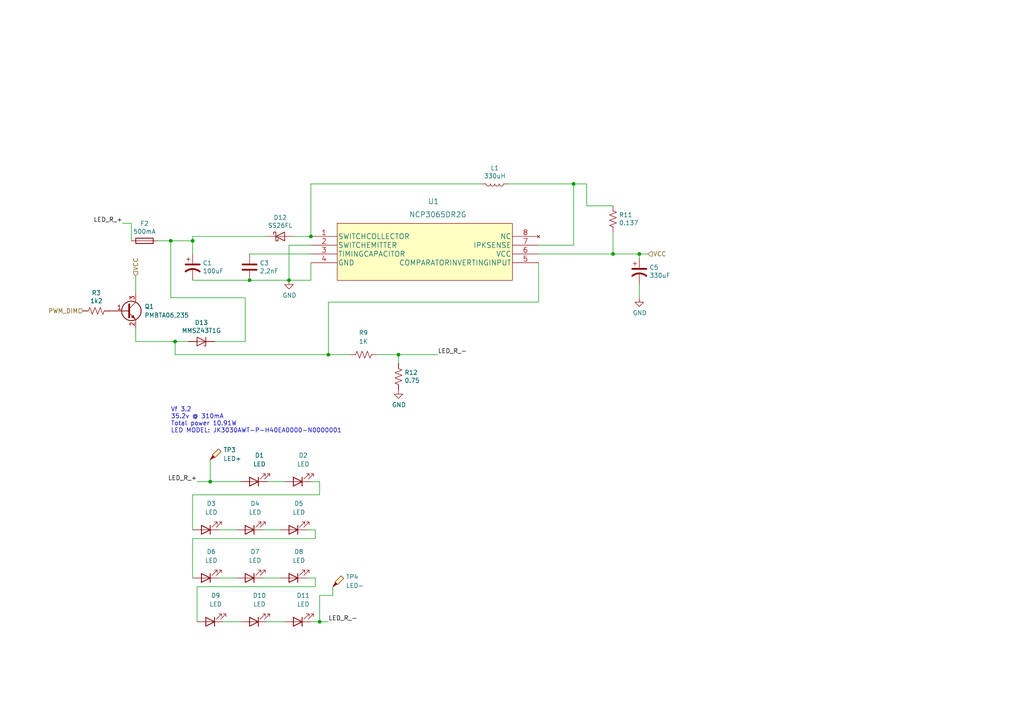
<source format=kicad_sch>
(kicad_sch (version 20211123) (generator eeschema)
  (paper "A4")
  (title_block (title "Constante current LED driver + LED panel") (date "2022-07-19") (rev "1") (company "Open Botanics") (comment 1 "S.Hristov"))
  (lib_symbols
    (symbol "Connector:TestPoint_Probe" (pin_numbers hide) (pin_names (offset 0.762) hide)
      (property "Reference" "TP" (at 1.651 5.842 0))
      (property "Value" "TestPoint_Probe" (at 1.651 4.064 0))
      (symbol "TestPoint_Probe_0_1"
        (polyline (pts (xy 1.27 0.762) (xy 0 0) (xy 0.762 1.27) (xy 1.27 0.762)) (fill (type outline)))
        (polyline (pts (xy 1.397 0.635) (xy 0.635 1.397) (xy 2.413 3.175) (xy 3.175 2.413) (xy 1.397 0.635)) (fill (type background)))
      )
      (symbol "TestPoint_Probe_1_1"
        (pin passive line (at 0 0 90) (length 0) (name "1") (number "1"))
      )
    )
    (symbol "Device:C" (pin_numbers hide) (pin_names (offset 0.254))
      (property "Reference" "C" (at 0.635 2.54 0))
      (property "Value" "Device_C" (at 0.635 -2.54 0))
      (symbol "C_0_1"
        (polyline (pts (xy -2.032 -0.762) (xy 2.032 -0.762)) (stroke (width 0.508)))
        (polyline (pts (xy -2.032 0.762) (xy 2.032 0.762)) (stroke (width 0.508)))
      )
      (symbol "C_1_1"
        (pin passive line (at 0 3.81 270) (length 2.794) (name "~") (number "1"))
        (pin passive line (at 0 -3.81 90) (length 2.794) (name "~") (number "2"))
      )
    )
    (symbol "Device:CP1" (pin_numbers hide) (pin_names (offset 0.254) hide)
      (property "Reference" "C" (at 0.635 2.54 0))
      (property "Value" "Device_CP1" (at 0.635 -2.54 0))
      (symbol "CP1_0_1"
        (polyline (pts (xy -2.032 0.762) (xy 2.032 0.762)) (stroke (width 0.508)))
        (polyline (pts (xy -1.778 2.286) (xy -0.762 2.286)))
        (polyline (pts (xy -1.27 1.778) (xy -1.27 2.794)))
        (arc (start 2.032 -1.27) (mid 0 -0.5572) (end -2.032 -1.27) (stroke (width 0.508)))
      )
      (symbol "CP1_1_1"
        (pin passive line (at 0 3.81 270) (length 2.794) (name "~") (number "1"))
        (pin passive line (at 0 -3.81 90) (length 3.302) (name "~") (number "2"))
      )
    )
    (symbol "Device:D_Schottky" (pin_numbers hide) (pin_names (offset 1.016) hide)
      (property "Reference" "D" (at 0 2.54 0))
      (property "Value" "Device_D_Schottky" (at 0 -2.54 0))
      (symbol "D_Schottky_0_1"
        (polyline (pts (xy 1.27 0) (xy -1.27 0)))
        (polyline (pts (xy 1.27 1.27) (xy 1.27 -1.27) (xy -1.27 0) (xy 1.27 1.27)) (stroke (width 0.2032)))
        (polyline (pts (xy -1.905 0.635) (xy -1.905 1.27) (xy -1.27 1.27) (xy -1.27 -1.27) (xy -0.635 -1.27) (xy -0.635 -0.635)) (stroke (width 0.2032)))
      )
      (symbol "D_Schottky_1_1"
        (pin passive line (at -3.81 0 0) (length 2.54) (name "K") (number "1"))
        (pin passive line (at 3.81 0 180) (length 2.54) (name "A") (number "2"))
      )
    )
    (symbol "Device:D_Zener" (pin_numbers hide) (pin_names (offset 1.016) hide)
      (property "Reference" "D" (at 0 2.54 0))
      (property "Value" "Device_D_Zener" (at 0 -2.54 0))
      (symbol "D_Zener_0_1"
        (polyline (pts (xy 1.27 0) (xy -1.27 0)))
        (polyline (pts (xy -1.27 -1.27) (xy -1.27 1.27) (xy -0.762 1.27)) (stroke (width 0.2032)))
        (polyline (pts (xy 1.27 -1.27) (xy 1.27 1.27) (xy -1.27 0) (xy 1.27 -1.27)) (stroke (width 0.2032)))
      )
      (symbol "D_Zener_1_1"
        (pin passive line (at -3.81 0 0) (length 2.54) (name "K") (number "1"))
        (pin passive line (at 3.81 0 180) (length 2.54) (name "A") (number "2"))
      )
    )
    (symbol "Device:Fuse" (pin_numbers hide) (pin_names (offset 0))
      (property "Reference" "F" (at 2.032 0 90))
      (property "Value" "Device_Fuse" (at -1.905 0 90))
      (symbol "Fuse_0_1"
        (rectangle (start -0.762 -2.54) (end 0.762 2.54) (stroke (width 0.254)))
        (polyline (pts (xy 0 2.54) (xy 0 -2.54)))
      )
      (symbol "Fuse_1_1"
        (pin passive line (at 0 3.81 270) (length 1.27) (name "~") (number "1"))
        (pin passive line (at 0 -3.81 90) (length 1.27) (name "~") (number "2"))
      )
    )
    (symbol "Device:L" (pin_numbers hide) (pin_names (offset 1.016) hide)
      (property "Reference" "L" (at -1.27 0 90))
      (property "Value" "Device_L" (at 1.905 0 90))
      (symbol "L_0_1"
        (arc (start 0 -2.54) (mid 0.635 -1.905) (end 0 -1.27))
        (arc (start 0 -1.27) (mid 0.635 -0.635) (end 0 0))
        (arc (start 0 0) (mid 0.635 0.635) (end 0 1.27))
        (arc (start 0 1.27) (mid 0.635 1.905) (end 0 2.54))
      )
      (symbol "L_1_1"
        (pin passive line (at 0 3.81 270) (length 1.27) (name "1") (number "1"))
        (pin passive line (at 0 -3.81 90) (length 1.27) (name "2") (number "2"))
      )
    )
    (symbol "Device:LED" (pin_numbers hide) (pin_names (offset 1.016) hide)
      (property "Reference" "D" (at 0 2.54 0))
      (property "Value" "LED" (at 0 -2.54 0))
      (symbol "LED_0_1"
        (polyline (pts (xy -1.27 -1.27) (xy -1.27 1.27)) (stroke (width 0.254)))
        (polyline (pts (xy -1.27 0) (xy 1.27 0)))
        (polyline (pts (xy 1.27 -1.27) (xy 1.27 1.27) (xy -1.27 0) (xy 1.27 -1.27)) (stroke (width 0.254)))
        (polyline (pts (xy -3.048 -0.762) (xy -4.572 -2.286) (xy -3.81 -2.286) (xy -4.572 -2.286) (xy -4.572 -1.524)))
        (polyline (pts (xy -1.778 -0.762) (xy -3.302 -2.286) (xy -2.54 -2.286) (xy -3.302 -2.286) (xy -3.302 -1.524)))
      )
      (symbol "LED_1_1"
        (pin passive line (at -3.81 0 0) (length 2.54) (name "K") (number "1"))
        (pin passive line (at 3.81 0 180) (length 2.54) (name "A") (number "2"))
      )
    )
    (symbol "Device:R_US" (pin_numbers hide) (pin_names (offset 0))
      (property "Reference" "R" (at 2.54 0 90))
      (property "Value" "Device_R_US" (at -2.54 0 90))
      (symbol "R_US_0_1"
        (polyline (pts (xy 0 -2.286) (xy 0 -2.54)))
        (polyline (pts (xy 0 2.286) (xy 0 2.54)))
        (polyline (pts (xy 0 -0.762) (xy 1.016 -1.143) (xy 0 -1.524) (xy -1.016 -1.905) (xy 0 -2.286)))
        (polyline (pts (xy 0 0.762) (xy 1.016 0.381) (xy 0 0) (xy -1.016 -0.381) (xy 0 -0.762)))
        (polyline (pts (xy 0 2.286) (xy 1.016 1.905) (xy 0 1.524) (xy -1.016 1.143) (xy 0 0.762)))
      )
      (symbol "R_US_1_1"
        (pin passive line (at 0 3.81 270) (length 1.27) (name "~") (number "1"))
        (pin passive line (at 0 -3.81 90) (length 1.27) (name "~") (number "2"))
      )
    )
    (symbol "NCP3065DR2G:NCP3065DR2G" (pin_names (offset 0.254))
      (property "Reference" "U1" (at 53.34 9.8298 0))
      (property "Value" "NCP3065DR2G" (at 53.34 7.1374 0))
      (property "Datasheet" "~" (at 0 0 0))
      (symbol "NCP3065DR2G_1_1"
        (rectangle (start 7.62 3.81) (end 58.42 -12.7) (fill (type background)))
        (pin input line (at 0 0 0) (length 7.62) (name "SWITCHCOLLECTOR") (number "1"))
        (pin open_emitter line (at 0 -2.54 0) (length 7.62) (name "SWITCHEMITTER") (number "2"))
        (pin passive line (at 0 -5.08 0) (length 7.62) (name "TIMINGCAPACITOR") (number "3"))
        (pin power_in line (at 0 -7.62 0) (length 7.62) (name "GND") (number "4"))
        (pin input line (at 66.04 -7.62 180) (length 7.62) (name "COMPARATORINVERTINGINPUT") (number "5"))
        (pin power_in line (at 66.04 -5.08 180) (length 7.62) (name "VCC") (number "6"))
        (pin input line (at 66.04 -2.54 180) (length 7.62) (name "IPKSENSE") (number "7"))
        (pin no_connect line (at 66.04 0 180) (length 7.62) (name "NC") (number "8"))
      )
    )
    (symbol "R_US_1" (pin_numbers hide) (pin_names (offset 0))
      (property "Reference" "R" (at 2.54 0 90))
      (property "Value" "R_US_1" (at -2.54 0 90))
      (symbol "R_US_1_0_1"
        (polyline (pts (xy 0 -2.286) (xy 0 -2.54)))
        (polyline (pts (xy 0 2.286) (xy 0 2.54)))
        (polyline (pts (xy 0 -0.762) (xy 1.016 -1.143) (xy 0 -1.524) (xy -1.016 -1.905) (xy 0 -2.286)))
        (polyline (pts (xy 0 0.762) (xy 1.016 0.381) (xy 0 0) (xy -1.016 -0.381) (xy 0 -0.762)))
        (polyline (pts (xy 0 2.286) (xy 1.016 1.905) (xy 0 1.524) (xy -1.016 1.143) (xy 0 0.762)))
      )
      (symbol "R_US_1_1_1"
        (pin passive line (at 0 3.81 270) (length 1.27) (name "~") (number "1"))
        (pin passive line (at 0 -3.81 90) (length 1.27) (name "~") (number "2"))
      )
    )
    (symbol "Transistor_BJT:MMBT3904" (pin_names (offset 0) hide)
      (property "Reference" "Q" (at 5.08 1.905 0))
      (property "Value" "MMBT3904" (at 5.08 0 0))
      (symbol "MMBT3904_0_1"
        (polyline (pts (xy 0.635 0.635) (xy 2.54 2.54)))
        (polyline (pts (xy 0.635 -0.635) (xy 2.54 -2.54) (xy 2.54 -2.54)))
        (polyline (pts (xy 0.635 1.905) (xy 0.635 -1.905) (xy 0.635 -1.905)) (stroke (width 0.508)))
        (polyline (pts (xy 1.27 -1.778) (xy 1.778 -1.27) (xy 2.286 -2.286) (xy 1.27 -1.778) (xy 1.27 -1.778)) (fill (type outline)))
        (circle (center 1.27 0) (radius 2.8194) (stroke (width 0.254)))
      )
      (symbol "MMBT3904_1_1"
        (pin input line (at -5.08 0 0) (length 5.715) (name "B") (number "1"))
        (pin passive line (at 2.54 -5.08 90) (length 2.54) (name "E") (number "2"))
        (pin passive line (at 2.54 5.08 270) (length 2.54) (name "C") (number "3"))
      )
    )
    (symbol "power:GND" (power) (pin_names (offset 0))
      (property "Value" "power_GND" (at 0 -3.81 0))
      (symbol "GND_0_1"
        (polyline (pts (xy 0 0) (xy 0 -1.27) (xy 1.27 -1.27) (xy 0 -2.54) (xy -1.27 -1.27) (xy 0 -1.27)))
      )
      (symbol "GND_1_1"
        (pin power_in line (at 0 0 270) (length 0) hide (name "GND") (number "1"))
      )
    )
  )
  (junction (at 166.37 53.34))
  (junction (at 185.42 73.66))
  (junction (at 177.8 73.66))
  (junction (at 95.25 102.87))
  (junction (at 55.88 69.85))
  (junction (at 115.57 102.87))
  (junction (at 50.8 99.06))
  (junction (at 60.96 139.7))
  (junction (at 90.17 68.58))
  (junction (at 72.39 81.28))
  (junction (at 49.53 69.85))
  (junction (at 92.71 180.34))
  (junction (at 83.82 81.28))
  (wire (pts (xy 62.23 99.06) (xy 71.12 99.06)))
  (wire (pts (xy 55.88 81.28) (xy 72.39 81.28)))
  (wire (pts (xy 115.57 102.87) (xy 115.57 105.41)))
  (wire (pts (xy 50.8 99.06) (xy 54.61 99.06)))
  (wire (pts (xy 50.8 99.06) (xy 50.8 102.87)))
  (wire (pts (xy 64.77 180.34) (xy 69.85 180.34)))
  (wire (pts (xy 91.44 153.67) (xy 91.44 156.21)))
  (wire (pts (xy 90.17 71.12) (xy 83.82 71.12)))
  (wire (pts (xy 95.25 87.63) (xy 95.25 102.87)))
  (wire (pts (xy 156.21 71.12) (xy 166.37 71.12)))
  (wire (pts (xy 156.21 76.2) (xy 156.21 87.63)))
  (wire (pts (xy 90.17 81.28) (xy 83.82 81.28)))
  (wire (pts (xy 83.82 71.12) (xy 83.82 81.28)))
  (wire (pts (xy 39.37 80.01) (xy 39.37 85.09)))
  (wire (pts (xy 92.71 143.51) (xy 55.88 143.51)))
  (wire (pts (xy 50.8 102.87) (xy 95.25 102.87)))
  (wire (pts (xy 91.44 156.21) (xy 55.88 156.21)))
  (wire (pts (xy 39.37 95.25) (xy 39.37 99.06)))
  (wire (pts (xy 90.17 53.34) (xy 90.17 68.58)))
  (wire (pts (xy 55.88 68.58) (xy 77.47 68.58)))
  (wire (pts (xy 63.5 153.67) (xy 68.58 153.67)))
  (wire (pts (xy 166.37 71.12) (xy 166.37 53.34)))
  (wire (pts (xy 109.22 102.87) (xy 115.57 102.87)))
  (wire (pts (xy 91.44 170.18) (xy 57.15 170.18)))
  (wire (pts (xy 95.25 102.87) (xy 101.6 102.87)))
  (wire (pts (xy 83.82 81.28) (xy 72.39 81.28)))
  (wire (pts (xy 63.5 167.64) (xy 68.58 167.64)))
  (wire (pts (xy 60.96 139.7) (xy 69.85 139.7)))
  (wire (pts (xy 55.88 68.58) (xy 55.88 69.85)))
  (wire (pts (xy 90.17 139.7) (xy 92.71 139.7)))
  (wire (pts (xy 55.88 156.21) (xy 55.88 167.64)))
  (wire (pts (xy 139.7 53.34) (xy 90.17 53.34)))
  (wire (pts (xy 60.96 133.35) (xy 60.96 139.7)))
  (wire (pts (xy 49.53 86.36) (xy 49.53 69.85)))
  (wire (pts (xy 185.42 73.66) (xy 187.96 73.66)))
  (wire (pts (xy 49.53 69.85) (xy 55.88 69.85)))
  (wire (pts (xy 39.37 99.06) (xy 50.8 99.06)))
  (wire (pts (xy 55.88 69.85) (xy 55.88 73.66)))
  (wire (pts (xy 85.09 68.58) (xy 90.17 68.58)))
  (wire (pts (xy 88.9 167.64) (xy 91.44 167.64)))
  (wire (pts (xy 177.8 73.66) (xy 185.42 73.66)))
  (wire (pts (xy 92.71 180.34) (xy 95.25 180.34)))
  (wire (pts (xy 96.52 170.18) (xy 96.52 172.72)))
  (wire (pts (xy 91.44 167.64) (xy 91.44 170.18)))
  (wire (pts (xy 170.18 53.34) (xy 170.18 59.69)))
  (wire (pts (xy 71.12 99.06) (xy 71.12 86.36)))
  (wire (pts (xy 76.2 167.64) (xy 81.28 167.64)))
  (wire (pts (xy 57.15 139.7) (xy 60.96 139.7)))
  (wire (pts (xy 127 102.87) (xy 115.57 102.87)))
  (wire (pts (xy 92.71 139.7) (xy 92.71 143.51)))
  (wire (pts (xy 71.12 86.36) (xy 49.53 86.36)))
  (wire (pts (xy 170.18 59.69) (xy 177.8 59.69)))
  (wire (pts (xy 77.47 139.7) (xy 82.55 139.7)))
  (wire (pts (xy 88.9 153.67) (xy 91.44 153.67)))
  (wire (pts (xy 76.2 153.67) (xy 81.28 153.67)))
  (wire (pts (xy 35.56 64.77) (xy 38.1 64.77)))
  (wire (pts (xy 156.21 87.63) (xy 95.25 87.63)))
  (wire (pts (xy 72.39 73.66) (xy 90.17 73.66)))
  (wire (pts (xy 177.8 67.31) (xy 177.8 73.66)))
  (wire (pts (xy 147.32 53.34) (xy 166.37 53.34)))
  (wire (pts (xy 38.1 64.77) (xy 38.1 69.85)))
  (wire (pts (xy 166.37 53.34) (xy 170.18 53.34)))
  (wire (pts (xy 185.42 86.36) (xy 185.42 82.55)))
  (wire (pts (xy 156.21 73.66) (xy 177.8 73.66)))
  (wire (pts (xy 57.15 170.18) (xy 57.15 180.34)))
  (wire (pts (xy 45.72 69.85) (xy 49.53 69.85)))
  (wire (pts (xy 55.88 143.51) (xy 55.88 153.67)))
  (wire (pts (xy 96.52 172.72) (xy 92.71 172.72)))
  (wire (pts (xy 90.17 76.2) (xy 90.17 81.28)))
  (wire (pts (xy 77.47 180.34) (xy 82.55 180.34)))
  (wire (pts (xy 92.71 172.72) (xy 92.71 180.34)))
  (wire (pts (xy 185.42 74.93) (xy 185.42 73.66)))
  (wire (pts (xy 90.17 180.34) (xy 92.71 180.34)))
  (text "Vf 3.2\n35.2v @ 310mA\nTotal power 10.91W\nLED MODEL: JK3030AWT-P-H40EA0000-N0000001" (at 49.53 125.73 0) (effects (font (size 1.27 1.27)) (justify left bottom)))
  (label "LED_R_-" (at 127 102.87 0))
  (label "LED_R_-" (at 95.25 180.34 0))
  (label "LED_R_+" (at 57.15 139.7 180))
  (label "LED_R_+" (at 35.56 64.77 180))
  (hierarchical_label "VCC" (shape input) (at 187.96 73.66 0))
  (hierarchical_label "VCC" (shape input) (at 39.37 80.01 90))
  (hierarchical_label "PWM_DIM" (shape input) (at 24.13 90.17 180))
  (symbol (lib_id "NCP3065DR2G:NCP3065DR2G") (at 90.17 68.58 0) (unit 1)
    (property "Reference" "U1" (at 125.73 58.42 0) (effects (font (size 1.524 1.524))))
    (property "Value" "NCP3065DR2G" (at 127 62.23 0) (effects (font (size 1.524 1.524))))
    (property "Footprint" "NCP3065:NCP3065DR2G" (effects hide))
    (property "Datasheet" "~" (at 90.17 68.58 0) (effects (font (size 1.524 1.524))))
    (property "PN" "NCP3065DR2G" (effects hide))
  )
  (symbol (lib_id "Device:R_US") (at 177.8 63.5 0) (unit 1)
    (property "Reference" "R11" (at 179.5272 62.3316 0) (effects (justify left)))
    (property "Value" "0.137" (at 179.5272 64.643 0) (effects (justify left)))
    (property "Footprint" "Resistor_SMD:R_1210_3225Metric_Pad1.30x2.65mm_HandSolder" (effects hide))
    (property "PN" "SR732ETTDR137F" (effects hide))
  )
  (symbol (lib_id "Device:L") (at 143.51 53.34 270) (unit 1)
    (property "Reference" "L1" (at 143.51 48.7426 90))
    (property "Value" "330uH" (at 143.51 51.054 90))
    (property "Footprint" "Inductor_THT:L_Radial_D10.0mm_P5.00mm_Fastron_07P" (effects hide))
    (property "PN" "7447480331" (effects hide))
  )
  (symbol (lib_id "Device:CP1") (at 185.42 78.74 0) (unit 1)
    (property "Reference" "C5" (at 188.341 77.5716 0) (effects (justify left)))
    (property "Value" "330uF" (at 188.341 79.883 0) (effects (justify left)))
    (property "Footprint" "Capacitor_THT:CP_Radial_D10.0mm_P5.00mm" (effects hide))
    (property "PN" "860010575012" (effects hide))
  )
  (symbol (lib_id "Device:C") (at 72.39 77.47 0) (unit 1)
    (property "Reference" "C3" (at 75.311 76.3016 0) (effects (justify left)))
    (property "Value" "2,2nF" (at 75.311 78.613 0) (effects (justify left)))
    (property "Footprint" "Capacitor_SMD:C_0805_2012Metric_Pad1.18x1.45mm_HandSolder" (effects hide))
    (property "PN" "08055A222FAT2A" (effects hide))
  )
  (symbol (lib_id "Device:R_US") (at 115.57 109.22 0) (unit 1)
    (property "Reference" "R12" (at 117.2972 108.0516 0) (effects (justify left)))
    (property "Value" "0.75" (at 117.2972 110.363 0) (effects (justify left)))
    (property "Footprint" "Resistor_SMD:R_0805_2012Metric_Pad1.20x1.40mm_HandSolder" (effects hide))
    (property "PN" "RLP73K2AR75JTD" (effects hide))
  )
  (symbol (lib_id "Device:CP1") (at 55.88 77.47 0) (unit 1)
    (property "Reference" "C1" (at 58.801 76.3016 0) (effects (justify left)))
    (property "Value" "100uF" (at 58.801 78.613 0) (effects (justify left)))
    (property "Footprint" "Capacitor_THT:CP_Radial_D10.0mm_P5.00mm" (effects hide))
    (property "PN" " ECE-A1HN101U " (effects hide))
  )
  (symbol (lib_id "Device:D_Schottky") (at 81.28 68.58 0) (unit 1)
    (property "Reference" "D12" (at 81.28 63.0936 0))
    (property "Value" "SS26FL" (at 81.28 65.405 0))
    (property "Footprint" "Diode_SMD:D_SOD-123F" (effects hide))
    (property "PN" "SS26FL" (effects hide))
  )
  (symbol (lib_id "Device:D_Zener") (at 58.42 99.06 180) (unit 1)
    (property "Reference" "D13" (at 58.42 93.5736 0))
    (property "Value" "MMSZ43T1G" (at 58.42 95.885 0))
    (property "Footprint" "Diode_SMD:D_SOD-123" (effects hide))
    (property "PN" "MMSZ43T1G" (effects hide))
  )
  (symbol (lib_id "power:GND") (at 83.82 81.28 0) (unit 1)
    (property "Reference" "#PWR023" (effects hide))
    (property "Value" "GND" (at 83.947 85.6742 0))
  )
  (symbol (lib_id "power:GND") (at 185.42 86.36 0) (unit 1)
    (property "Reference" "#PWR031" (effects hide))
    (property "Value" "GND" (at 185.547 90.7542 0))
  )
  (symbol (lib_id "Device:R_US") (at 27.94 90.17 270) (unit 1)
    (property "Reference" "R3" (at 27.94 84.963 90))
    (property "Value" "1k2" (at 27.94 87.2744 90))
    (property "Footprint" "Resistor_SMD:R_0603_1608Metric_Pad0.98x0.95mm_HandSolder" (effects hide))
    (property "PN" " CR0603-JW-122ELF " (effects hide))
  )
  (symbol (lib_id "power:GND") (at 115.57 113.03 0) (unit 1)
    (property "Reference" "#PWR030" (effects hide))
    (property "Value" "GND" (at 115.697 117.4242 0))
  )
  (symbol (lib_id "Device:Fuse") (at 41.91 69.85 270) (unit 1)
    (property "Reference" "F2" (at 41.91 64.8462 90))
    (property "Value" "500mA" (at 41.91 67.1576 90))
    (property "Footprint" "Fuse:Fuse_1206_3216Metric_Pad1.42x1.75mm_HandSolder" (effects hide))
    (property "PN" "C1Q 500 " (effects hide))
  )
  (symbol (lib_id "Device:LED") (at 59.69 153.67 180) (unit 1)
    (property "Reference" "D3" (at 61.2775 146.05 0))
    (property "Value" "LED" (at 61.2775 148.59 0))
    (property "Footprint" "JK3030AWT-P-H40EA0000-N0000001:JK3030AWT-P-H40EA0000-N0000001" (effects hide))
  )
  (symbol (lib_id "Device:LED") (at 60.96 180.34 180) (unit 1)
    (property "Reference" "D9" (at 62.5475 172.72 0))
    (property "Value" "LED" (at 62.5475 175.26 0))
    (property "Footprint" "JK3030AWT-P-H40EA0000-N0000001:JK3030AWT-P-H40EA0000-N0000001" (effects hide))
  )
  (symbol (lib_id "Device:LED") (at 86.36 180.34 180) (unit 1)
    (property "Reference" "D11" (at 87.9475 172.72 0))
    (property "Value" "LED" (at 87.9475 175.26 0))
    (property "Footprint" "JK3030AWT-P-H40EA0000-N0000001:JK3030AWT-P-H40EA0000-N0000001" (effects hide))
  )
  (symbol (lib_id "Device:LED") (at 85.09 153.67 180) (unit 1)
    (property "Reference" "D5" (at 86.6775 146.05 0))
    (property "Value" "LED" (at 86.6775 148.59 0))
    (property "Footprint" "JK3030AWT-P-H40EA0000-N0000001:JK3030AWT-P-H40EA0000-N0000001" (effects hide))
  )
  (symbol (lib_name "R_US_1") (lib_id "Device:R_US") (at 105.41 102.87 90) (unit 1)
    (property "Reference" "R9" (at 105.41 96.52 90))
    (property "Value" "1K" (at 105.41 99.06 90))
    (property "Footprint" "Resistor_SMD:R_0603_1608Metric_Pad0.98x0.95mm_HandSolder" (effects hide))
    (property "PN" "RNCP0603FTD1K00" (effects hide))
  )
  (symbol (lib_id "Device:LED") (at 72.39 167.64 180) (unit 1)
    (property "Reference" "D7" (at 73.9775 160.02 0))
    (property "Value" "LED" (at 73.9775 162.56 0))
    (property "Footprint" "JK3030AWT-P-H40EA0000-N0000001:JK3030AWT-P-H40EA0000-N0000001" (effects hide))
  )
  (symbol (lib_id "Connector:TestPoint_Probe") (at 96.52 170.18 0) (unit 1)
    (property "Reference" "TP4" (at 100.33 167.3224 0) (effects (justify left)))
    (property "Value" "LED-" (at 100.33 169.8624 0) (effects (justify left)))
    (property "Footprint" "TestPoint:TestPoint_Pad_D1.5mm" (effects hide))
  )
  (symbol (lib_id "Device:LED") (at 86.36 139.7 180) (unit 1)
    (property "Reference" "D2" (at 87.9475 132.08 0))
    (property "Value" "LED" (at 87.9475 134.62 0))
    (property "Footprint" "JK3030AWT-P-H40EA0000-N0000001:JK3030AWT-P-H40EA0000-N0000001" (effects hide))
  )
  (symbol (lib_id "Connector:TestPoint_Probe") (at 60.96 133.35 0) (unit 1)
    (property "Reference" "TP3" (at 64.77 130.4924 0) (effects (justify left)))
    (property "Value" "LED+" (at 64.77 133.0324 0) (effects (justify left)))
    (property "Footprint" "TestPoint:TestPoint_Pad_D1.5mm" (effects hide))
  )
  (symbol (lib_id "Transistor_BJT:MMBT3904") (at 36.83 90.17 0) (unit 1)
    (property "Reference" "Q1" (at 41.91 88.8999 0) (effects (justify left)))
    (property "Value" "PMBTA06,235" (at 41.91 91.4399 0) (effects (justify left)))
    (property "Footprint" "Package_TO_SOT_SMD:SOT-23" (effects hide))
    (property "Reference" "Q1" (effects hide))
    (property "PN" "PMBTA06,235" (effects hide))
  )
  (symbol (lib_id "Device:LED") (at 85.09 167.64 180) (unit 1)
    (property "Reference" "D8" (at 86.6775 160.02 0))
    (property "Value" "LED" (at 86.6775 162.56 0))
    (property "Footprint" "JK3030AWT-P-H40EA0000-N0000001:JK3030AWT-P-H40EA0000-N0000001" (effects hide))
  )
  (symbol (lib_id "Device:LED") (at 73.66 180.34 180) (unit 1)
    (property "Reference" "D10" (at 75.2475 172.72 0))
    (property "Value" "LED" (at 75.2475 175.26 0))
    (property "Footprint" "JK3030AWT-P-H40EA0000-N0000001:JK3030AWT-P-H40EA0000-N0000001" (effects hide))
  )
  (symbol (lib_id "Device:LED") (at 72.39 153.67 180) (unit 1)
    (property "Reference" "D4" (at 73.9775 146.05 0))
    (property "Value" "LED" (at 73.9775 148.59 0))
    (property "Footprint" "JK3030AWT-P-H40EA0000-N0000001:JK3030AWT-P-H40EA0000-N0000001" (effects hide))
    (property "PN" "JK3030AWT-P-H40EA0000-N0000001" (effects hide))
  )
  (symbol (lib_id "Device:LED") (at 73.66 139.7 180) (unit 1)
    (property "Reference" "D1" (at 75.2475 132.08 0))
    (property "Value" "LED" (at 75.2475 134.62 0))
    (property "Footprint" "JK3030AWT-P-H40EA0000-N0000001:JK3030AWT-P-H40EA0000-N0000001" (effects hide))
  )
  (symbol (lib_id "Device:LED") (at 59.69 167.64 180) (unit 1)
    (property "Reference" "D6" (at 61.2775 160.02 0))
    (property "Value" "LED" (at 61.2775 162.56 0))
    (property "Footprint" "JK3030AWT-P-H40EA0000-N0000001:JK3030AWT-P-H40EA0000-N0000001" (effects hide))
  )
)
</source>
